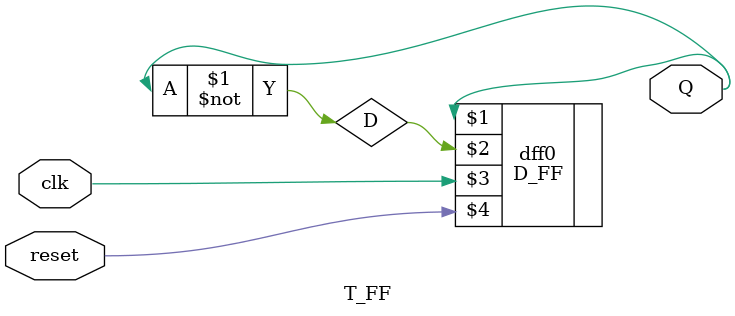
<source format=v>
`include "D_FF.v"

module T_FF(Q, clk, reset);

output Q;
input clk, reset;
wire D;

D_FF dff0(Q, D, clk, reset);
not n1(D, Q);

endmodule
</source>
